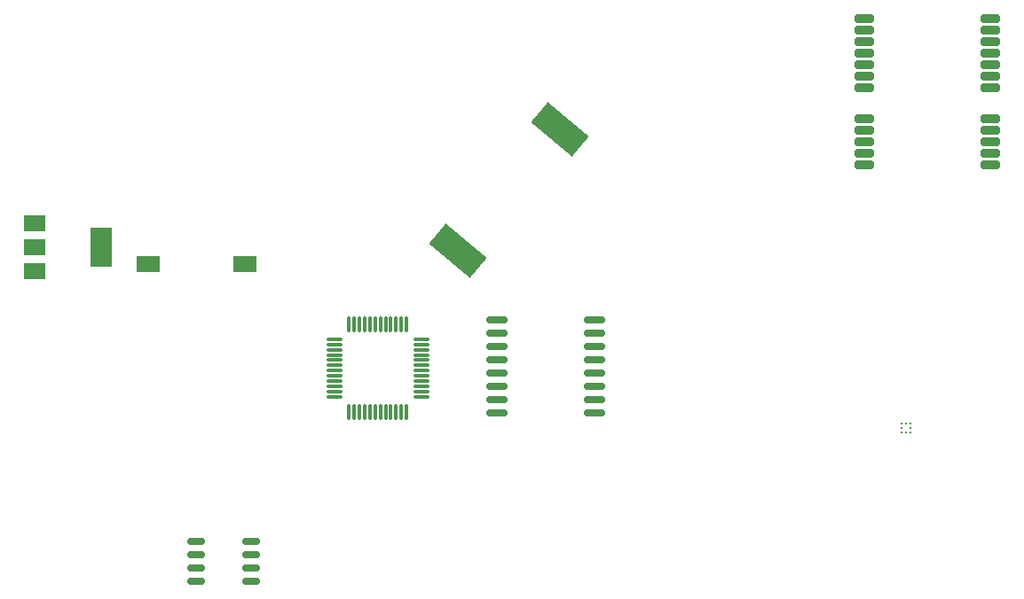
<source format=gbr>
%TF.GenerationSoftware,KiCad,Pcbnew,7.0.10*%
%TF.CreationDate,2024-04-24T14:51:44+08:00*%
%TF.ProjectId,pcb,7063622e-6b69-4636-9164-5f7063625858,rev?*%
%TF.SameCoordinates,Original*%
%TF.FileFunction,Paste,Top*%
%TF.FilePolarity,Positive*%
%FSLAX46Y46*%
G04 Gerber Fmt 4.6, Leading zero omitted, Abs format (unit mm)*
G04 Created by KiCad (PCBNEW 7.0.10) date 2024-04-24 14:51:44*
%MOMM*%
%LPD*%
G01*
G04 APERTURE LIST*
G04 Aperture macros list*
%AMRoundRect*
0 Rectangle with rounded corners*
0 $1 Rounding radius*
0 $2 $3 $4 $5 $6 $7 $8 $9 X,Y pos of 4 corners*
0 Add a 4 corners polygon primitive as box body*
4,1,4,$2,$3,$4,$5,$6,$7,$8,$9,$2,$3,0*
0 Add four circle primitives for the rounded corners*
1,1,$1+$1,$2,$3*
1,1,$1+$1,$4,$5*
1,1,$1+$1,$6,$7*
1,1,$1+$1,$8,$9*
0 Add four rect primitives between the rounded corners*
20,1,$1+$1,$2,$3,$4,$5,0*
20,1,$1+$1,$4,$5,$6,$7,0*
20,1,$1+$1,$6,$7,$8,$9,0*
20,1,$1+$1,$8,$9,$2,$3,0*%
%AMRotRect*
0 Rectangle, with rotation*
0 The origin of the aperture is its center*
0 $1 length*
0 $2 width*
0 $3 Rotation angle, in degrees counterclockwise*
0 Add horizontal line*
21,1,$1,$2,0,0,$3*%
G04 Aperture macros list end*
%ADD10RoundRect,0.200000X-0.700000X-0.200000X0.700000X-0.200000X0.700000X0.200000X-0.700000X0.200000X0*%
%ADD11R,2.180000X1.600000*%
%ADD12R,2.000000X1.500000*%
%ADD13R,2.000000X3.800000*%
%ADD14C,0.240000*%
%ADD15RotRect,2.500000X5.100000X50.000000*%
%ADD16RoundRect,0.150000X-0.875000X-0.150000X0.875000X-0.150000X0.875000X0.150000X-0.875000X0.150000X0*%
%ADD17RoundRect,0.150000X-0.675000X-0.150000X0.675000X-0.150000X0.675000X0.150000X-0.675000X0.150000X0*%
%ADD18RoundRect,0.075000X-0.662500X-0.075000X0.662500X-0.075000X0.662500X0.075000X-0.662500X0.075000X0*%
%ADD19RoundRect,0.075000X-0.075000X-0.662500X0.075000X-0.662500X0.075000X0.662500X-0.075000X0.662500X0*%
G04 APERTURE END LIST*
D10*
%TO.C,U6*%
X155894000Y-53588000D03*
X155894000Y-54688000D03*
X155894000Y-55788000D03*
X155894000Y-56888000D03*
X155894000Y-57988000D03*
X155894000Y-59088000D03*
X155894000Y-60188000D03*
X155894000Y-63188000D03*
X155894000Y-64288000D03*
X155894000Y-65388000D03*
X155894000Y-66488000D03*
X155894000Y-67588000D03*
X167894000Y-67588000D03*
X167894000Y-66488000D03*
X167894000Y-65388000D03*
X167894000Y-64288000D03*
X167894000Y-63188000D03*
X167894000Y-60188000D03*
X167894000Y-59088000D03*
X167894000Y-57988000D03*
X167894000Y-56888000D03*
X167894000Y-55788000D03*
X167894000Y-54688000D03*
X167894000Y-53588000D03*
%TD*%
D11*
%TO.C,SW1*%
X87610000Y-77025000D03*
X96790000Y-77025000D03*
%TD*%
D12*
%TO.C,U1*%
X76758000Y-73138000D03*
X76758000Y-75438000D03*
D13*
X83058000Y-75438000D03*
D12*
X76758000Y-77738000D03*
%TD*%
D14*
%TO.C,U2*%
X160274000Y-92310000D03*
X160284000Y-92710000D03*
X160274000Y-93110000D03*
X159874000Y-92310000D03*
X159874000Y-93110000D03*
X159474000Y-92310000D03*
X159474000Y-92710000D03*
X159474000Y-93110000D03*
%TD*%
D15*
%TO.C,BT1*%
X117114814Y-75821938D03*
X126885186Y-64178062D03*
%TD*%
D16*
%TO.C,U5*%
X120826000Y-82423000D03*
X120826000Y-83693000D03*
X120826000Y-84963000D03*
X120826000Y-86233000D03*
X120826000Y-87503000D03*
X120826000Y-88773000D03*
X120826000Y-90043000D03*
X120826000Y-91313000D03*
X130126000Y-91313000D03*
X130126000Y-90043000D03*
X130126000Y-88773000D03*
X130126000Y-87503000D03*
X130126000Y-86233000D03*
X130126000Y-84963000D03*
X130126000Y-83693000D03*
X130126000Y-82423000D03*
%TD*%
D17*
%TO.C,U3*%
X92117000Y-103595000D03*
X92117000Y-104865000D03*
X92117000Y-106135000D03*
X92117000Y-107405000D03*
X97367000Y-107405000D03*
X97367000Y-106135000D03*
X97367000Y-104865000D03*
X97367000Y-103595000D03*
%TD*%
D18*
%TO.C,U4*%
X105311500Y-84250000D03*
X105311500Y-84750000D03*
X105311500Y-85250000D03*
X105311500Y-85750000D03*
X105311500Y-86250000D03*
X105311500Y-86750000D03*
X105311500Y-87250000D03*
X105311500Y-87750000D03*
X105311500Y-88250000D03*
X105311500Y-88750000D03*
X105311500Y-89250000D03*
X105311500Y-89750000D03*
D19*
X106724000Y-91162500D03*
X107224000Y-91162500D03*
X107724000Y-91162500D03*
X108224000Y-91162500D03*
X108724000Y-91162500D03*
X109224000Y-91162500D03*
X109724000Y-91162500D03*
X110224000Y-91162500D03*
X110724000Y-91162500D03*
X111224000Y-91162500D03*
X111724000Y-91162500D03*
X112224000Y-91162500D03*
D18*
X113636500Y-89750000D03*
X113636500Y-89250000D03*
X113636500Y-88750000D03*
X113636500Y-88250000D03*
X113636500Y-87750000D03*
X113636500Y-87250000D03*
X113636500Y-86750000D03*
X113636500Y-86250000D03*
X113636500Y-85750000D03*
X113636500Y-85250000D03*
X113636500Y-84750000D03*
X113636500Y-84250000D03*
D19*
X112224000Y-82837500D03*
X111724000Y-82837500D03*
X111224000Y-82837500D03*
X110724000Y-82837500D03*
X110224000Y-82837500D03*
X109724000Y-82837500D03*
X109224000Y-82837500D03*
X108724000Y-82837500D03*
X108224000Y-82837500D03*
X107724000Y-82837500D03*
X107224000Y-82837500D03*
X106724000Y-82837500D03*
%TD*%
M02*

</source>
